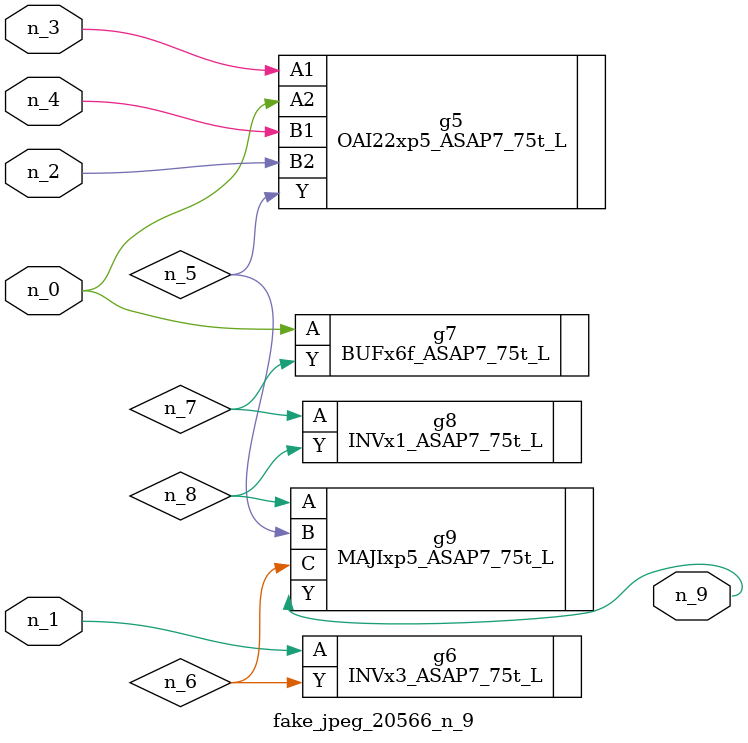
<source format=v>
module fake_jpeg_20566_n_9 (n_3, n_2, n_1, n_0, n_4, n_9);

input n_3;
input n_2;
input n_1;
input n_0;
input n_4;

output n_9;

wire n_8;
wire n_6;
wire n_5;
wire n_7;

OAI22xp5_ASAP7_75t_L g5 ( 
.A1(n_3),
.A2(n_0),
.B1(n_4),
.B2(n_2),
.Y(n_5)
);

INVx3_ASAP7_75t_L g6 ( 
.A(n_1),
.Y(n_6)
);

BUFx6f_ASAP7_75t_L g7 ( 
.A(n_0),
.Y(n_7)
);

INVx1_ASAP7_75t_L g8 ( 
.A(n_7),
.Y(n_8)
);

MAJIxp5_ASAP7_75t_L g9 ( 
.A(n_8),
.B(n_5),
.C(n_6),
.Y(n_9)
);


endmodule
</source>
